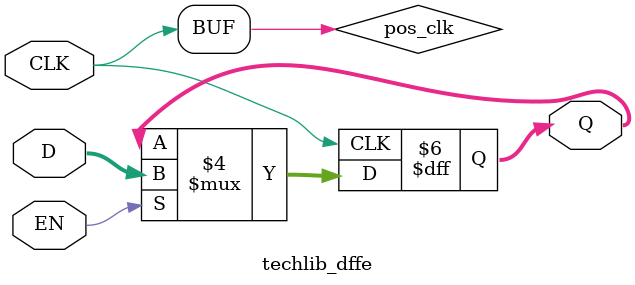
<source format=v>
module techlib_dffe (CLK, EN, D, Q);
parameter WIDTH = 0;
parameter CLK_POLARITY = 1'b1;
parameter EN_POLARITY = 1'b1;
input CLK, EN;
input [WIDTH-1:0] D;
output reg [WIDTH-1:0] Q;
wire pos_clk = CLK == CLK_POLARITY;
always @(posedge pos_clk) begin
	if (EN == EN_POLARITY) Q <= D;
end
endmodule
</source>
